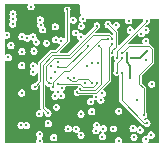
<source format=gbr>
%TF.GenerationSoftware,KiCad,Pcbnew,8.0.7*%
%TF.CreationDate,2025-01-06T01:22:00-08:00*%
%TF.ProjectId,Miniscope-v4-Wire-Free,4d696e69-7363-46f7-9065-2d76342d5769,rev?*%
%TF.SameCoordinates,Original*%
%TF.FileFunction,Copper,L4,Inr*%
%TF.FilePolarity,Positive*%
%FSLAX46Y46*%
G04 Gerber Fmt 4.6, Leading zero omitted, Abs format (unit mm)*
G04 Created by KiCad (PCBNEW 8.0.7) date 2025-01-06 01:22:00*
%MOMM*%
%LPD*%
G01*
G04 APERTURE LIST*
%TA.AperFunction,ViaPad*%
%ADD10C,0.254000*%
%TD*%
%TA.AperFunction,ViaPad*%
%ADD11C,0.304800*%
%TD*%
%TA.AperFunction,Conductor*%
%ADD12C,0.101600*%
%TD*%
%TA.AperFunction,Conductor*%
%ADD13C,0.152400*%
%TD*%
G04 APERTURE END LIST*
D10*
%TO.N,Net-(R22-Pad1)*%
X84046000Y-66989600D03*
D11*
X82598200Y-67540200D03*
%TO.N,GND*%
X86131000Y-67544900D03*
X83210000Y-61537800D03*
X81051000Y-68497400D03*
X83946500Y-60170600D03*
X83819600Y-69551500D03*
X85474133Y-59612893D03*
X82090200Y-63476200D03*
X88417000Y-59963000D03*
X85032200Y-68810200D03*
X82079700Y-63988900D03*
X83349700Y-68357700D03*
X82625800Y-69275800D03*
X81889200Y-58464400D03*
X83932200Y-66033600D03*
X85722400Y-68835600D03*
X91615200Y-69707000D03*
X89318700Y-67316300D03*
X86446800Y-64941400D03*
X90282200Y-64535000D03*
X92060200Y-69335600D03*
X83556203Y-64504598D03*
X81127200Y-62274400D03*
X83957611Y-64010396D03*
X81571700Y-61131400D03*
X81114500Y-65779600D03*
D10*
X89982200Y-62398200D03*
X88782200Y-62398200D03*
D11*
%TO.N,/SD_DAT2*%
X79844500Y-60890100D03*
%TO.N,/SD_DAT3*%
X80187400Y-61741000D03*
%TO.N,/SD_DAT0*%
X82067000Y-61017100D03*
%TO.N,/SD_CMD*%
X79971500Y-62769700D03*
%TO.N,/SD_CLK*%
X81130607Y-61000993D03*
%TO.N,/SD_DAT1*%
X80352500Y-59937600D03*
%TO.N,/USB_VBUS*%
X86933200Y-66502800D03*
%TO.N,/SWCLK*%
X86154200Y-60123400D03*
%TO.N,/SWDIO*%
X86116600Y-61029800D03*
%TO.N,+1V8*%
X84160800Y-63595200D03*
X91676174Y-59683600D03*
X81508200Y-68522800D03*
X87920000Y-65805000D03*
X84465600Y-66006475D03*
X81114500Y-63447200D03*
X91145275Y-68904400D03*
X88021597Y-68785053D03*
X85664425Y-60683005D03*
X91676198Y-62223610D03*
X82143200Y-62210900D03*
X82706100Y-60017900D03*
D10*
X86726200Y-61766400D03*
X89182200Y-62798200D03*
X90383800Y-62798200D03*
D11*
%TO.N,/SPI1_MOSI*%
X83451300Y-64966800D03*
D10*
X88782200Y-61198200D03*
D11*
%TO.N,/SPI1_MISO*%
X83787717Y-65298375D03*
D10*
X88382200Y-61198200D03*
%TO.N,/SPI1_SCK*%
X88782200Y-61598200D03*
X85787754Y-65731537D03*
%TO.N,/SPI1_NSS*%
X87640600Y-61791800D03*
X86052254Y-65470590D03*
D11*
%TO.N,/SDMMC1_D0*%
X82884880Y-60430360D03*
%TO.N,/SDMMC1_D1*%
X82675813Y-59581213D03*
X83982160Y-61273640D03*
%TO.N,/SDMMC1_D3*%
X84454600Y-61359968D03*
X80365202Y-59074000D03*
%TO.N,/SDMMC1_CMD*%
X80377900Y-59505800D03*
%TO.N,/SDMMC1_CK*%
X82346400Y-61461600D03*
%TO.N,+3V3*%
X80035000Y-63950800D03*
X83792000Y-67802000D03*
X83946500Y-60720600D03*
X81114500Y-62833200D03*
X81216100Y-67684600D03*
X83311500Y-60720600D03*
X83652687Y-65681699D03*
X82259295Y-65741708D03*
X91424700Y-64644610D03*
D10*
X81813000Y-60077300D03*
X83946600Y-59416900D03*
X83551200Y-61995000D03*
X92365000Y-60039200D03*
D11*
X83294600Y-69890800D03*
%TO.N,/LED_PWM*%
X91245317Y-60771100D03*
%TO.N,VDC*%
X87043200Y-67349700D03*
X82625800Y-69830900D03*
X89307600Y-69800400D03*
%TO.N,/ENT*%
X90290855Y-60437692D03*
%TO.N,/VDD_PIX*%
X85546000Y-64489600D03*
X83627400Y-63519002D03*
%TO.N,Net-(C3-Pad2)*%
X87808100Y-66367500D03*
%TO.N,Net-(C4-Pad2)*%
X90857000Y-66367500D03*
%TO.N,/VDDA*%
X89129800Y-60025800D03*
%TO.N,Net-(R1-Pad1)*%
X87449600Y-68480000D03*
%TO.N,Net-(D2-Pad1)*%
X82191800Y-65254200D03*
D10*
X84960400Y-58701000D03*
D11*
%TO.N,/RESET_N*%
X84480000Y-65346075D03*
X86614267Y-63531700D03*
%TO.N,/TRIGGER0*%
X87550000Y-63250000D03*
X84165513Y-65676275D03*
%TO.N,/MONITOR0*%
X83334800Y-67471800D03*
D10*
X87475000Y-60072600D03*
D11*
%TO.N,/BAT+*%
X86125873Y-69346527D03*
%TO.N,Net-(L1-Pad1)*%
X87945402Y-69462600D03*
%TO.N,Net-(L2-Pad1)*%
X90614100Y-69513400D03*
%TO.N,/XIN32*%
X91628400Y-60466300D03*
%TO.N,/XOUT32*%
X90167400Y-59640800D03*
%TO.N,/VDDCORE*%
X91589800Y-62993600D03*
%TO.N,/nRESET*%
X87437400Y-66084400D03*
%TO.N,Net-(L5-Pad2)*%
X91615200Y-61410790D03*
%TO.N,/CLK1_OUT*%
X84150000Y-63150000D03*
X87058100Y-63224392D03*
D10*
%TO.N,/PCC_DATA5*%
X89153600Y-64042800D03*
X89582200Y-62798200D03*
D11*
%TO.N,/ADC0*%
X90536200Y-68776800D03*
%TO.N,/PCC_DATA7*%
X84175200Y-65002360D03*
D10*
X87462800Y-64921080D03*
%TO.N,/PCC_DATA6*%
X85048960Y-64494360D03*
X87056400Y-64916000D03*
D11*
%TO.N,/I_LED*%
X92123196Y-65025600D03*
%TO.N,/UART_RX*%
X91704600Y-68319600D03*
D10*
X89557454Y-64106237D03*
D11*
%TO.N,/UART_TX*%
X91441871Y-67629458D03*
D10*
X89582200Y-62398200D03*
D11*
%TO.N,/SD_DET*%
X86281200Y-59488402D03*
%TO.N,/nCHRG*%
X88872000Y-68810200D03*
X87398800Y-68962600D03*
%TD*%
D12*
%TO.N,GND*%
X88782200Y-62129178D02*
X89063000Y-61848378D01*
X89063000Y-60609000D02*
X88569399Y-60115399D01*
X89063000Y-61848378D02*
X89063000Y-60609000D01*
D13*
X89982200Y-63168200D02*
X90282200Y-63468200D01*
D12*
X88782200Y-62398200D02*
X88782200Y-62129178D01*
X88569399Y-60115399D02*
X88417000Y-59963000D01*
D13*
X89982200Y-62398200D02*
X89982200Y-63168200D01*
X90282200Y-63468200D02*
X90282200Y-64535000D01*
%TO.N,+1V8*%
X91101608Y-62798200D02*
X90383800Y-62798200D01*
D12*
X86726200Y-61766400D02*
X84897400Y-63595200D01*
X84897400Y-63595200D02*
X84160800Y-63595200D01*
D13*
X91101608Y-62798200D02*
X91676198Y-62223610D01*
D12*
X89182200Y-62177574D02*
X91676174Y-59683600D01*
X89182200Y-62798200D02*
X89182200Y-62177574D01*
%TO.N,/SPI1_MOSI*%
X85227600Y-62782400D02*
X83851094Y-62782400D01*
X87132600Y-60877400D02*
X85227600Y-62782400D01*
X88782200Y-61155400D02*
X88504200Y-60877400D01*
X83546806Y-64966800D02*
X83451300Y-64966800D01*
X83144800Y-63488694D02*
X83144800Y-64660300D01*
X88782200Y-61198200D02*
X88782200Y-61155400D01*
X83851094Y-62782400D02*
X83144800Y-63488694D01*
X88504200Y-60877400D02*
X87132600Y-60877400D01*
X83144800Y-64660300D02*
X83451300Y-64966800D01*
%TO.N,/SPI1_MISO*%
X83787717Y-64850510D02*
X83787717Y-65298375D01*
X85100600Y-63925400D02*
X84712827Y-63925400D01*
X87827800Y-61198200D02*
X85100600Y-63925400D01*
X88382200Y-61198200D02*
X87827800Y-61198200D01*
X84712827Y-63925400D02*
X83787717Y-64850510D01*
%TO.N,/SPI1_SCK*%
X87416200Y-65750000D02*
X85800000Y-65750000D01*
X88502799Y-61877601D02*
X88502799Y-64663401D01*
X88782200Y-61598200D02*
X88502799Y-61877601D01*
X88502799Y-64663401D02*
X87416200Y-65750000D01*
%TO.N,/SPI1_NSS*%
X86050211Y-65500211D02*
X87335789Y-65500211D01*
X87854801Y-62006001D02*
X87640600Y-61791800D01*
X87335789Y-65500211D02*
X87854801Y-64981199D01*
X86050000Y-65500000D02*
X86050211Y-65500211D01*
X87854801Y-64981199D02*
X87854801Y-62006001D01*
D13*
%TO.N,+3V3*%
X81813000Y-60077300D02*
X81813000Y-59859648D01*
X83729000Y-59175600D02*
X83957600Y-59404200D01*
X91424700Y-64644610D02*
X92365000Y-63704310D01*
D12*
X83551200Y-61995000D02*
X83602000Y-61944200D01*
D13*
X81813000Y-59859648D02*
X82497048Y-59175600D01*
D12*
X83602000Y-61944200D02*
X83602000Y-61065100D01*
D13*
X92365000Y-63704310D02*
X92365000Y-60039200D01*
D12*
X83602000Y-61065100D02*
X83946500Y-60720600D01*
D13*
X82497048Y-59175600D02*
X83729000Y-59175600D01*
D12*
%TO.N,Net-(D2-Pad1)*%
X82662200Y-64783800D02*
X82191800Y-65254200D01*
X83576600Y-62325200D02*
X82662200Y-63239600D01*
X84960400Y-58701000D02*
X84960400Y-61373200D01*
X82662200Y-63239600D02*
X82662200Y-64783800D01*
X84960400Y-61373200D02*
X84008400Y-62325200D01*
X84008400Y-62325200D02*
X83576600Y-62325200D01*
%TO.N,/MONITOR0*%
X87475000Y-60154000D02*
X85075200Y-62553800D01*
X87475000Y-60072600D02*
X87475000Y-60154000D01*
X83703600Y-62553800D02*
X82890800Y-63366600D01*
X83182401Y-67319401D02*
X83334800Y-67471800D01*
X85075200Y-62553800D02*
X83703600Y-62553800D01*
X82890800Y-63366600D02*
X82890800Y-67027800D01*
X82890800Y-67027800D02*
X83182401Y-67319401D01*
%TO.N,/PCC_DATA5*%
X89153600Y-64042800D02*
X89153600Y-63226800D01*
X89153600Y-63226800D02*
X89582200Y-62798200D01*
%TO.N,/PCC_DATA7*%
X87112280Y-65271600D02*
X87462800Y-64921080D01*
X84175200Y-65002360D02*
X86025160Y-65002360D01*
X86025160Y-65002360D02*
X86294400Y-65271600D01*
X86294400Y-65271600D02*
X87112280Y-65271600D01*
%TO.N,/PCC_DATA6*%
X87056400Y-64916000D02*
X86726200Y-64585800D01*
X85900906Y-64585800D02*
X85692305Y-64794401D01*
X85692305Y-64794401D02*
X85349001Y-64794401D01*
X86726200Y-64585800D02*
X85900906Y-64585800D01*
X85349001Y-64794401D02*
X85048960Y-64494360D01*
%TO.N,/UART_RX*%
X91489074Y-68319600D02*
X91704600Y-68319600D01*
X89557454Y-64106237D02*
X89557454Y-66387980D01*
X89557454Y-66387980D02*
X91489074Y-68319600D01*
%TO.N,/UART_TX*%
X90163200Y-61817200D02*
X91857000Y-61817200D01*
X91069600Y-65014497D02*
X91441871Y-65386768D01*
X91857000Y-61817200D02*
X92111000Y-62071200D01*
X91441871Y-65386768D02*
X91441871Y-67629458D01*
X91069600Y-64230200D02*
X91069600Y-65014497D01*
X92111000Y-62071200D02*
X92111000Y-63188800D01*
X89582200Y-62398200D02*
X90163200Y-61817200D01*
X92111000Y-63188800D02*
X91069600Y-64230200D01*
%TD*%
%TA.AperFunction,Conductor*%
%TO.N,+3V3*%
G36*
X81609412Y-58264586D02*
G01*
X81623998Y-58299800D01*
X81617326Y-58324698D01*
X81609412Y-58338407D01*
X81597886Y-58358369D01*
X81597884Y-58358374D01*
X81579190Y-58464397D01*
X81579190Y-58464402D01*
X81597884Y-58570425D01*
X81597886Y-58570430D01*
X81651719Y-58663671D01*
X81734195Y-58732877D01*
X81835367Y-58769700D01*
X81943033Y-58769700D01*
X82044205Y-58732877D01*
X82126681Y-58663671D01*
X82180514Y-58570430D01*
X82180515Y-58570425D01*
X82199210Y-58464402D01*
X82199210Y-58464397D01*
X82180515Y-58358374D01*
X82180514Y-58358372D01*
X82180514Y-58358370D01*
X82161073Y-58324698D01*
X82156099Y-58286911D01*
X82179302Y-58256672D01*
X82204202Y-58250000D01*
X85950200Y-58250000D01*
X85985414Y-58264586D01*
X86000000Y-58299800D01*
X86000000Y-59000000D01*
X86139726Y-59139726D01*
X86154312Y-59174939D01*
X86139726Y-59210153D01*
X86129418Y-59218064D01*
X86126196Y-59219924D01*
X86126195Y-59219925D01*
X86049153Y-59284572D01*
X86043717Y-59289133D01*
X85989886Y-59382371D01*
X85989884Y-59382376D01*
X85971190Y-59488399D01*
X85971190Y-59488404D01*
X85989884Y-59594427D01*
X85989886Y-59594432D01*
X86043470Y-59687243D01*
X86043719Y-59687673D01*
X86100111Y-59734992D01*
X86103192Y-59737577D01*
X86120792Y-59771386D01*
X86109330Y-59807737D01*
X86088213Y-59822523D01*
X85999195Y-59854922D01*
X85916717Y-59924131D01*
X85862886Y-60017369D01*
X85862884Y-60017374D01*
X85844190Y-60123397D01*
X85844190Y-60123402D01*
X85862884Y-60229425D01*
X85862886Y-60229430D01*
X85900325Y-60294277D01*
X85916719Y-60322671D01*
X85999195Y-60391877D01*
X86100367Y-60428700D01*
X86208033Y-60428700D01*
X86309205Y-60391877D01*
X86391681Y-60322671D01*
X86445514Y-60229430D01*
X86451087Y-60197823D01*
X86464210Y-60123402D01*
X86464210Y-60123397D01*
X86445515Y-60017374D01*
X86445514Y-60017372D01*
X86445514Y-60017370D01*
X86391681Y-59924129D01*
X86332207Y-59874224D01*
X86314607Y-59840415D01*
X86326069Y-59804064D01*
X86347183Y-59789279D01*
X86436205Y-59756879D01*
X86518681Y-59687673D01*
X86572514Y-59594432D01*
X86574845Y-59581213D01*
X86581909Y-59541152D01*
X86602388Y-59509006D01*
X86630952Y-59500000D01*
X89822867Y-59500000D01*
X89858081Y-59514586D01*
X89872667Y-59549800D01*
X89871910Y-59558447D01*
X89857390Y-59640796D01*
X89857390Y-59640802D01*
X89876084Y-59746825D01*
X89876086Y-59746830D01*
X89922101Y-59826531D01*
X89929919Y-59840071D01*
X90012395Y-59909277D01*
X90113567Y-59946100D01*
X90221233Y-59946100D01*
X90322405Y-59909277D01*
X90404881Y-59840071D01*
X90458714Y-59746830D01*
X90460346Y-59737577D01*
X90477410Y-59640802D01*
X90477410Y-59640796D01*
X90462890Y-59558447D01*
X90471139Y-59521236D01*
X90503286Y-59500757D01*
X90511933Y-59500000D01*
X91343388Y-59500000D01*
X91378602Y-59514586D01*
X91393188Y-59549800D01*
X91386517Y-59574698D01*
X91384861Y-59577564D01*
X91384859Y-59577572D01*
X91366164Y-59683596D01*
X91366164Y-59684906D01*
X91365762Y-59685876D01*
X91365407Y-59687890D01*
X91364960Y-59687811D01*
X91351578Y-59720120D01*
X90673478Y-60398219D01*
X90638264Y-60412805D01*
X90603050Y-60398219D01*
X90589221Y-60371653D01*
X90582170Y-60331666D01*
X90582169Y-60331664D01*
X90582169Y-60331662D01*
X90528336Y-60238421D01*
X90445860Y-60169215D01*
X90445859Y-60169214D01*
X90344688Y-60132392D01*
X90237022Y-60132392D01*
X90135850Y-60169214D01*
X90078702Y-60217168D01*
X90061650Y-60231477D01*
X90053372Y-60238423D01*
X89999541Y-60331661D01*
X89999539Y-60331666D01*
X89980845Y-60437689D01*
X89980845Y-60437694D01*
X89999539Y-60543717D01*
X89999541Y-60543722D01*
X90037812Y-60610010D01*
X90053374Y-60636963D01*
X90135850Y-60706169D01*
X90230785Y-60740721D01*
X90258886Y-60766471D01*
X90260549Y-60804550D01*
X90248966Y-60822732D01*
X89351714Y-61719985D01*
X89316500Y-61734571D01*
X89281286Y-61719985D01*
X89266700Y-61684771D01*
X89266700Y-60568482D01*
X89266699Y-60568478D01*
X89235689Y-60493613D01*
X89157378Y-60415302D01*
X89142792Y-60380088D01*
X89157378Y-60344874D01*
X89179768Y-60333220D01*
X89179539Y-60332590D01*
X89183633Y-60331100D01*
X89284805Y-60294277D01*
X89367281Y-60225071D01*
X89421114Y-60131830D01*
X89422600Y-60123402D01*
X89439810Y-60025802D01*
X89439810Y-60025797D01*
X89421115Y-59919774D01*
X89421114Y-59919772D01*
X89421114Y-59919770D01*
X89367281Y-59826529D01*
X89284805Y-59757323D01*
X89284804Y-59757322D01*
X89183633Y-59720500D01*
X89075967Y-59720500D01*
X88974795Y-59757322D01*
X88914714Y-59807737D01*
X88892402Y-59826460D01*
X88892317Y-59826531D01*
X88838486Y-59919769D01*
X88838484Y-59919774D01*
X88828619Y-59975721D01*
X88808140Y-60007867D01*
X88770928Y-60016116D01*
X88744357Y-60002281D01*
X88741590Y-59999514D01*
X88728213Y-59967212D01*
X88727767Y-59967291D01*
X88727411Y-59965276D01*
X88727010Y-59964306D01*
X88727010Y-59962997D01*
X88708315Y-59856974D01*
X88708314Y-59856972D01*
X88708314Y-59856970D01*
X88654481Y-59763729D01*
X88572005Y-59694523D01*
X88572004Y-59694522D01*
X88470833Y-59657700D01*
X88363167Y-59657700D01*
X88261995Y-59694522D01*
X88209789Y-59738329D01*
X88187154Y-59757323D01*
X88179517Y-59763731D01*
X88125686Y-59856969D01*
X88125684Y-59856974D01*
X88106990Y-59962997D01*
X88106990Y-59963002D01*
X88125684Y-60069025D01*
X88125686Y-60069030D01*
X88177837Y-60159359D01*
X88179519Y-60162271D01*
X88261995Y-60231477D01*
X88363167Y-60268300D01*
X88413597Y-60268300D01*
X88448811Y-60282886D01*
X88844714Y-60678789D01*
X88859300Y-60714003D01*
X88859300Y-60824196D01*
X88844714Y-60859410D01*
X88809500Y-60873996D01*
X88774286Y-60859410D01*
X88676889Y-60762014D01*
X88676889Y-60762013D01*
X88619587Y-60704711D01*
X88619586Y-60704710D01*
X88544721Y-60673700D01*
X88544719Y-60673700D01*
X87363603Y-60673700D01*
X87328389Y-60659114D01*
X87313803Y-60623900D01*
X87328389Y-60588686D01*
X87504269Y-60412805D01*
X87579785Y-60337288D01*
X87597966Y-60325707D01*
X87617109Y-60318740D01*
X87692724Y-60255292D01*
X87742078Y-60169808D01*
X87743407Y-60162271D01*
X87759218Y-60072603D01*
X87759218Y-60072596D01*
X87742079Y-59975395D01*
X87742076Y-59975388D01*
X87692725Y-59889909D01*
X87692723Y-59889907D01*
X87617108Y-59826459D01*
X87524354Y-59792700D01*
X87425646Y-59792700D01*
X87332891Y-59826459D01*
X87257276Y-59889907D01*
X87257274Y-59889909D01*
X87207923Y-59975388D01*
X87207920Y-59975395D01*
X87190782Y-60072596D01*
X87190782Y-60072602D01*
X87197903Y-60112987D01*
X87189654Y-60150199D01*
X87184074Y-60156849D01*
X86457187Y-60883736D01*
X86421973Y-60898322D01*
X86386759Y-60883736D01*
X86378845Y-60873422D01*
X86372783Y-60862923D01*
X86354081Y-60830529D01*
X86272742Y-60762277D01*
X86271604Y-60761322D01*
X86170433Y-60724500D01*
X86062767Y-60724500D01*
X86041267Y-60732325D01*
X86003188Y-60730662D01*
X85977438Y-60702560D01*
X85974435Y-60685528D01*
X85974435Y-60683002D01*
X85955740Y-60576979D01*
X85955739Y-60576977D01*
X85955739Y-60576975D01*
X85901906Y-60483734D01*
X85829468Y-60422951D01*
X85819429Y-60414527D01*
X85718258Y-60377705D01*
X85610592Y-60377705D01*
X85509420Y-60414527D01*
X85448317Y-60465800D01*
X85433864Y-60477928D01*
X85426942Y-60483736D01*
X85373111Y-60576974D01*
X85373109Y-60576979D01*
X85354415Y-60683002D01*
X85354415Y-60683007D01*
X85373109Y-60789030D01*
X85373111Y-60789035D01*
X85424548Y-60878127D01*
X85426944Y-60882276D01*
X85509420Y-60951482D01*
X85610592Y-60988305D01*
X85718259Y-60988305D01*
X85739757Y-60980480D01*
X85777836Y-60982141D01*
X85803586Y-61010243D01*
X85806590Y-61027276D01*
X85806590Y-61029802D01*
X85825284Y-61135825D01*
X85825286Y-61135830D01*
X85871181Y-61215323D01*
X85879119Y-61229071D01*
X85961595Y-61298277D01*
X85961596Y-61298277D01*
X85964034Y-61300323D01*
X85981634Y-61334132D01*
X85970172Y-61370483D01*
X85967237Y-61373686D01*
X85005411Y-62335514D01*
X84970197Y-62350100D01*
X84391803Y-62350100D01*
X84356589Y-62335514D01*
X84342003Y-62300300D01*
X84356589Y-62265086D01*
X84699989Y-61921686D01*
X85133089Y-61488587D01*
X85164100Y-61413719D01*
X85164100Y-61332682D01*
X85164100Y-59858081D01*
X85178686Y-59822867D01*
X85213900Y-59808281D01*
X85245908Y-59819931D01*
X85319128Y-59881370D01*
X85420300Y-59918193D01*
X85527966Y-59918193D01*
X85629138Y-59881370D01*
X85711614Y-59812164D01*
X85765447Y-59718923D01*
X85765448Y-59718918D01*
X85784143Y-59612895D01*
X85784143Y-59612890D01*
X85765448Y-59506867D01*
X85765447Y-59506865D01*
X85765447Y-59506863D01*
X85711614Y-59413622D01*
X85629138Y-59344416D01*
X85629137Y-59344415D01*
X85527966Y-59307593D01*
X85420300Y-59307593D01*
X85319128Y-59344415D01*
X85245911Y-59405853D01*
X85209560Y-59417315D01*
X85175751Y-59399715D01*
X85164100Y-59367704D01*
X85164100Y-58918530D01*
X85175751Y-58886519D01*
X85178114Y-58883699D01*
X85178124Y-58883692D01*
X85227478Y-58798208D01*
X85236904Y-58744750D01*
X85244618Y-58701003D01*
X85244618Y-58700996D01*
X85227479Y-58603795D01*
X85227476Y-58603788D01*
X85178125Y-58518309D01*
X85178123Y-58518307D01*
X85102508Y-58454859D01*
X85009754Y-58421100D01*
X84911046Y-58421100D01*
X84818291Y-58454859D01*
X84742676Y-58518307D01*
X84742674Y-58518309D01*
X84693323Y-58603788D01*
X84693320Y-58603795D01*
X84676182Y-58700996D01*
X84676182Y-58701003D01*
X84693320Y-58798204D01*
X84693323Y-58798211D01*
X84697545Y-58805523D01*
X84742676Y-58883692D01*
X84742681Y-58883696D01*
X84745049Y-58886519D01*
X84756700Y-58918530D01*
X84756700Y-61108122D01*
X84742114Y-61143336D01*
X84706900Y-61157922D01*
X84674889Y-61146271D01*
X84609604Y-61091490D01*
X84508433Y-61054668D01*
X84400767Y-61054668D01*
X84299596Y-61091490D01*
X84299590Y-61091493D01*
X84297851Y-61092953D01*
X84296115Y-61093499D01*
X84295821Y-61093670D01*
X84295783Y-61093604D01*
X84261498Y-61104409D01*
X84227692Y-61086804D01*
X84222717Y-61079697D01*
X84219641Y-61074369D01*
X84137165Y-61005163D01*
X84137164Y-61005162D01*
X84035993Y-60968340D01*
X83928327Y-60968340D01*
X83827155Y-61005162D01*
X83744677Y-61074371D01*
X83690846Y-61167609D01*
X83690844Y-61167614D01*
X83672150Y-61273637D01*
X83672150Y-61273642D01*
X83690844Y-61379665D01*
X83690846Y-61379670D01*
X83738149Y-61461602D01*
X83744679Y-61472911D01*
X83827155Y-61542117D01*
X83928327Y-61578940D01*
X84035993Y-61578940D01*
X84137165Y-61542117D01*
X84138902Y-61540659D01*
X84140633Y-61540113D01*
X84140932Y-61539941D01*
X84140970Y-61540007D01*
X84175250Y-61529196D01*
X84209060Y-61546794D01*
X84214034Y-61553897D01*
X84217119Y-61559239D01*
X84289029Y-61619579D01*
X84299594Y-61628444D01*
X84299597Y-61628446D01*
X84312270Y-61633058D01*
X84340372Y-61658807D01*
X84342036Y-61696886D01*
X84330453Y-61715069D01*
X83938611Y-62106914D01*
X83903397Y-62121500D01*
X83622921Y-62121500D01*
X83622913Y-62121499D01*
X83617119Y-62121499D01*
X83536081Y-62121499D01*
X83498527Y-62137055D01*
X83461212Y-62152511D01*
X82489510Y-63124213D01*
X82458500Y-63199078D01*
X82458500Y-63317658D01*
X82443914Y-63352872D01*
X82408700Y-63367458D01*
X82373486Y-63352872D01*
X82365572Y-63342558D01*
X82327682Y-63276931D01*
X82327681Y-63276929D01*
X82245205Y-63207723D01*
X82245204Y-63207722D01*
X82144033Y-63170900D01*
X82036367Y-63170900D01*
X81935195Y-63207722D01*
X81852717Y-63276931D01*
X81798886Y-63370169D01*
X81798884Y-63370174D01*
X81780190Y-63476197D01*
X81780190Y-63476202D01*
X81798884Y-63582225D01*
X81798886Y-63582230D01*
X81852717Y-63675469D01*
X81870029Y-63689996D01*
X81887628Y-63723805D01*
X81876165Y-63760156D01*
X81870029Y-63766292D01*
X81842219Y-63789628D01*
X81842218Y-63789629D01*
X81788386Y-63882869D01*
X81788384Y-63882874D01*
X81769690Y-63988897D01*
X81769690Y-63988902D01*
X81788384Y-64094925D01*
X81788386Y-64094930D01*
X81814409Y-64140004D01*
X81842219Y-64188171D01*
X81924695Y-64257377D01*
X82025867Y-64294200D01*
X82133533Y-64294200D01*
X82234705Y-64257377D01*
X82317181Y-64188171D01*
X82365572Y-64104354D01*
X82395811Y-64081152D01*
X82433600Y-64086127D01*
X82456803Y-64116366D01*
X82458500Y-64129255D01*
X82458500Y-64678797D01*
X82443914Y-64714011D01*
X82223611Y-64934314D01*
X82188397Y-64948900D01*
X82137967Y-64948900D01*
X82036795Y-64985722D01*
X81954317Y-65054931D01*
X81900486Y-65148169D01*
X81900484Y-65148174D01*
X81881790Y-65254197D01*
X81881790Y-65254202D01*
X81900484Y-65360225D01*
X81900486Y-65360230D01*
X81946128Y-65439285D01*
X81954319Y-65453471D01*
X82036795Y-65522677D01*
X82137967Y-65559500D01*
X82245633Y-65559500D01*
X82346805Y-65522677D01*
X82429281Y-65453471D01*
X82483114Y-65360230D01*
X82485610Y-65346075D01*
X82501810Y-65254202D01*
X82501810Y-65252892D01*
X82502212Y-65251920D01*
X82502567Y-65249909D01*
X82503013Y-65249987D01*
X82516396Y-65217678D01*
X82588814Y-65145260D01*
X82602086Y-65131987D01*
X82637300Y-65117402D01*
X82672514Y-65131988D01*
X82687100Y-65167202D01*
X82687100Y-67068321D01*
X82718110Y-67143186D01*
X82741280Y-67166356D01*
X82755866Y-67201570D01*
X82741280Y-67236784D01*
X82706066Y-67251370D01*
X82689034Y-67248367D01*
X82652033Y-67234900D01*
X82544367Y-67234900D01*
X82443195Y-67271722D01*
X82360717Y-67340931D01*
X82306886Y-67434169D01*
X82306884Y-67434174D01*
X82288190Y-67540197D01*
X82288190Y-67540202D01*
X82306884Y-67646225D01*
X82306886Y-67646230D01*
X82358416Y-67735483D01*
X82360719Y-67739471D01*
X82443195Y-67808677D01*
X82544367Y-67845500D01*
X82652033Y-67845500D01*
X82753205Y-67808677D01*
X82835681Y-67739471D01*
X82889514Y-67646230D01*
X82892471Y-67629460D01*
X82908210Y-67540202D01*
X82908210Y-67540197D01*
X82891342Y-67444536D01*
X82899591Y-67407324D01*
X82931737Y-67386845D01*
X82968949Y-67395094D01*
X82975599Y-67400674D01*
X83010204Y-67435279D01*
X83023586Y-67467588D01*
X83024033Y-67467510D01*
X83024387Y-67469521D01*
X83024790Y-67470493D01*
X83024790Y-67471803D01*
X83043484Y-67577825D01*
X83043486Y-67577830D01*
X83085690Y-67650930D01*
X83097319Y-67671071D01*
X83179795Y-67740277D01*
X83280967Y-67777100D01*
X83388633Y-67777100D01*
X83489805Y-67740277D01*
X83572281Y-67671071D01*
X83626114Y-67577830D01*
X83631920Y-67544902D01*
X83631921Y-67544897D01*
X85820990Y-67544897D01*
X85820990Y-67544902D01*
X85839684Y-67650925D01*
X85839686Y-67650930D01*
X85890803Y-67739468D01*
X85893519Y-67744171D01*
X85975995Y-67813377D01*
X86077167Y-67850200D01*
X86184833Y-67850200D01*
X86286005Y-67813377D01*
X86368481Y-67744171D01*
X86422314Y-67650930D01*
X86430321Y-67605523D01*
X86441010Y-67544902D01*
X86441010Y-67544897D01*
X86422315Y-67438874D01*
X86422314Y-67438872D01*
X86422314Y-67438870D01*
X86370830Y-67349697D01*
X86733190Y-67349697D01*
X86733190Y-67349702D01*
X86751884Y-67455725D01*
X86751886Y-67455730D01*
X86803369Y-67544902D01*
X86805719Y-67548971D01*
X86888195Y-67618177D01*
X86989367Y-67655000D01*
X87097033Y-67655000D01*
X87198205Y-67618177D01*
X87280681Y-67548971D01*
X87334514Y-67455730D01*
X87339018Y-67430186D01*
X87353210Y-67349702D01*
X87353210Y-67349697D01*
X87347321Y-67316297D01*
X89008690Y-67316297D01*
X89008690Y-67316302D01*
X89027384Y-67422325D01*
X89027386Y-67422330D01*
X89081219Y-67515571D01*
X89163695Y-67584777D01*
X89264867Y-67621600D01*
X89372533Y-67621600D01*
X89473705Y-67584777D01*
X89556181Y-67515571D01*
X89610014Y-67422330D01*
X89610995Y-67416766D01*
X89628710Y-67316302D01*
X89628710Y-67316297D01*
X89610015Y-67210274D01*
X89610014Y-67210272D01*
X89610014Y-67210270D01*
X89556181Y-67117029D01*
X89473705Y-67047823D01*
X89473704Y-67047822D01*
X89372533Y-67011000D01*
X89264867Y-67011000D01*
X89163695Y-67047822D01*
X89081217Y-67117031D01*
X89027386Y-67210269D01*
X89027384Y-67210274D01*
X89008690Y-67316297D01*
X87347321Y-67316297D01*
X87334515Y-67243674D01*
X87334514Y-67243672D01*
X87334514Y-67243670D01*
X87280681Y-67150429D01*
X87208243Y-67089646D01*
X87198204Y-67081222D01*
X87097033Y-67044400D01*
X86989367Y-67044400D01*
X86888195Y-67081222D01*
X86805717Y-67150431D01*
X86751886Y-67243669D01*
X86751884Y-67243674D01*
X86733190Y-67349697D01*
X86370830Y-67349697D01*
X86368481Y-67345629D01*
X86286005Y-67276423D01*
X86286004Y-67276422D01*
X86184833Y-67239600D01*
X86077167Y-67239600D01*
X85975995Y-67276422D01*
X85893517Y-67345631D01*
X85839686Y-67438869D01*
X85839684Y-67438874D01*
X85820990Y-67544897D01*
X83631921Y-67544897D01*
X83644810Y-67471802D01*
X83644810Y-67471797D01*
X83626115Y-67365774D01*
X83626114Y-67365772D01*
X83626114Y-67365770D01*
X83572281Y-67272529D01*
X83489805Y-67203323D01*
X83489804Y-67203322D01*
X83388633Y-67166500D01*
X83338203Y-67166500D01*
X83302989Y-67151914D01*
X83140671Y-66989596D01*
X83761782Y-66989596D01*
X83761782Y-66989603D01*
X83778920Y-67086804D01*
X83778923Y-67086811D01*
X83828274Y-67172290D01*
X83828276Y-67172292D01*
X83903891Y-67235740D01*
X83996646Y-67269500D01*
X84095354Y-67269500D01*
X84188109Y-67235740D01*
X84263724Y-67172292D01*
X84313078Y-67086808D01*
X84319952Y-67047823D01*
X84330218Y-66989603D01*
X84330218Y-66989596D01*
X84313079Y-66892395D01*
X84313076Y-66892388D01*
X84263725Y-66806909D01*
X84263723Y-66806907D01*
X84188108Y-66743459D01*
X84095354Y-66709700D01*
X83996646Y-66709700D01*
X83903891Y-66743459D01*
X83828276Y-66806907D01*
X83828274Y-66806909D01*
X83778923Y-66892388D01*
X83778920Y-66892395D01*
X83761782Y-66989596D01*
X83140671Y-66989596D01*
X83109086Y-66958011D01*
X83094500Y-66922797D01*
X83094500Y-65145260D01*
X83109086Y-65110046D01*
X83144300Y-65095460D01*
X83179514Y-65110046D01*
X83187426Y-65120357D01*
X83213819Y-65166071D01*
X83296295Y-65235277D01*
X83397467Y-65272100D01*
X83431287Y-65272100D01*
X83466501Y-65286686D01*
X83480330Y-65313252D01*
X83496401Y-65404400D01*
X83496403Y-65404405D01*
X83523672Y-65451637D01*
X83550236Y-65497646D01*
X83623950Y-65559500D01*
X83632712Y-65566852D01*
X83733884Y-65603675D01*
X83808955Y-65603675D01*
X83844169Y-65618261D01*
X83858755Y-65653475D01*
X83857998Y-65662123D01*
X83855503Y-65676272D01*
X83855503Y-65676277D01*
X83858245Y-65691828D01*
X83849996Y-65729040D01*
X83826235Y-65747272D01*
X83777197Y-65765120D01*
X83710865Y-65820780D01*
X83701379Y-65828741D01*
X83694717Y-65834331D01*
X83640886Y-65927569D01*
X83640884Y-65927574D01*
X83622190Y-66033597D01*
X83622190Y-66033602D01*
X83640884Y-66139625D01*
X83640886Y-66139630D01*
X83694556Y-66232590D01*
X83694719Y-66232871D01*
X83777195Y-66302077D01*
X83878367Y-66338900D01*
X83986033Y-66338900D01*
X84087205Y-66302077D01*
X84169681Y-66232871D01*
X84169682Y-66232867D01*
X84172482Y-66229533D01*
X84173255Y-66230182D01*
X84199859Y-66209763D01*
X84237649Y-66214733D01*
X84244766Y-66219715D01*
X84288189Y-66256151D01*
X84310595Y-66274952D01*
X84411767Y-66311775D01*
X84519433Y-66311775D01*
X84620605Y-66274952D01*
X84703081Y-66205746D01*
X84756914Y-66112505D01*
X84759291Y-66099023D01*
X84775610Y-66006477D01*
X84775610Y-66006472D01*
X84756915Y-65900449D01*
X84756914Y-65900447D01*
X84756914Y-65900445D01*
X84703081Y-65807204D01*
X84620605Y-65737998D01*
X84620604Y-65737997D01*
X84586795Y-65725692D01*
X84558694Y-65699941D01*
X84557031Y-65661862D01*
X84582782Y-65633761D01*
X84586788Y-65632100D01*
X84635005Y-65614552D01*
X84717481Y-65545346D01*
X84771314Y-65452105D01*
X84783785Y-65381380D01*
X84790010Y-65346077D01*
X84790010Y-65346072D01*
X84775628Y-65264508D01*
X84783877Y-65227296D01*
X84816023Y-65206817D01*
X84824671Y-65206060D01*
X85796404Y-65206060D01*
X85831618Y-65220646D01*
X85846204Y-65255860D01*
X85836053Y-65283746D01*
X85836708Y-65284125D01*
X85834563Y-65287838D01*
X85834551Y-65287874D01*
X85834526Y-65287902D01*
X85785177Y-65373378D01*
X85785174Y-65373385D01*
X85778490Y-65411295D01*
X85758011Y-65443441D01*
X85742406Y-65449905D01*
X85742494Y-65450147D01*
X85645645Y-65485396D01*
X85570030Y-65548844D01*
X85570028Y-65548846D01*
X85520677Y-65634325D01*
X85520674Y-65634332D01*
X85503536Y-65731533D01*
X85503536Y-65731540D01*
X85520674Y-65828741D01*
X85520677Y-65828748D01*
X85570028Y-65914227D01*
X85570030Y-65914229D01*
X85645645Y-65977677D01*
X85738400Y-66011437D01*
X85837108Y-66011437D01*
X85929864Y-65977677D01*
X85944554Y-65965351D01*
X85976564Y-65953700D01*
X87091087Y-65953700D01*
X87126301Y-65968286D01*
X87140887Y-66003500D01*
X87140130Y-66012148D01*
X87127390Y-66084397D01*
X87127390Y-66084398D01*
X87127390Y-66084400D01*
X87132345Y-66112500D01*
X87143347Y-66174899D01*
X87135097Y-66212110D01*
X87102950Y-66232590D01*
X87077271Y-66230343D01*
X86987033Y-66197500D01*
X86879367Y-66197500D01*
X86778195Y-66234322D01*
X86722507Y-66281051D01*
X86697450Y-66302077D01*
X86695717Y-66303531D01*
X86641886Y-66396769D01*
X86641884Y-66396774D01*
X86623190Y-66502797D01*
X86623190Y-66502802D01*
X86641884Y-66608825D01*
X86641886Y-66608830D01*
X86695719Y-66702071D01*
X86778195Y-66771277D01*
X86879367Y-66808100D01*
X86987033Y-66808100D01*
X87088205Y-66771277D01*
X87170681Y-66702071D01*
X87224514Y-66608830D01*
X87243110Y-66503367D01*
X87243210Y-66502802D01*
X87243210Y-66502797D01*
X87227253Y-66412301D01*
X87235502Y-66375089D01*
X87267648Y-66354610D01*
X87293327Y-66356855D01*
X87383567Y-66389700D01*
X87460217Y-66389700D01*
X87495431Y-66404286D01*
X87509260Y-66430852D01*
X87516784Y-66473526D01*
X87516785Y-66473528D01*
X87516785Y-66473529D01*
X87516786Y-66473530D01*
X87570619Y-66566771D01*
X87653095Y-66635977D01*
X87754267Y-66672800D01*
X87861933Y-66672800D01*
X87963105Y-66635977D01*
X88045581Y-66566771D01*
X88099414Y-66473530D01*
X88099415Y-66473525D01*
X88118110Y-66367502D01*
X88118110Y-66367497D01*
X88099415Y-66261474D01*
X88099414Y-66261472D01*
X88099414Y-66261470D01*
X88045581Y-66168229D01*
X88045580Y-66168228D01*
X88041799Y-66165055D01*
X88024200Y-66131246D01*
X88035663Y-66094895D01*
X88056780Y-66080110D01*
X88075002Y-66073478D01*
X88075001Y-66073478D01*
X88075005Y-66073477D01*
X88157481Y-66004271D01*
X88211314Y-65911030D01*
X88213180Y-65900449D01*
X88230010Y-65805002D01*
X88230010Y-65804997D01*
X88211315Y-65698974D01*
X88211314Y-65698972D01*
X88211314Y-65698970D01*
X88157481Y-65605729D01*
X88075005Y-65536523D01*
X88075004Y-65536522D01*
X88033170Y-65521296D01*
X88005069Y-65495545D01*
X88003406Y-65457466D01*
X88014987Y-65439287D01*
X88618184Y-64836090D01*
X88618186Y-64836090D01*
X88675488Y-64778788D01*
X88706499Y-64703920D01*
X88706499Y-62727900D01*
X88721085Y-62692686D01*
X88756299Y-62678100D01*
X88831553Y-62678100D01*
X88831554Y-62678100D01*
X88844112Y-62673529D01*
X88882190Y-62675192D01*
X88907941Y-62703293D01*
X88910188Y-62728973D01*
X88897982Y-62798202D01*
X88897982Y-62798203D01*
X88915120Y-62895404D01*
X88915123Y-62895411D01*
X88964474Y-62980890D01*
X88964478Y-62980894D01*
X89002749Y-63013007D01*
X89020349Y-63046815D01*
X89008888Y-63083166D01*
X89005954Y-63086369D01*
X88980910Y-63111413D01*
X88949900Y-63186278D01*
X88949900Y-63825268D01*
X88938251Y-63857276D01*
X88935877Y-63860105D01*
X88886523Y-63945588D01*
X88886520Y-63945595D01*
X88869382Y-64042796D01*
X88869382Y-64042803D01*
X88886520Y-64140004D01*
X88886523Y-64140011D01*
X88935874Y-64225490D01*
X88935876Y-64225492D01*
X89011491Y-64288940D01*
X89104246Y-64322700D01*
X89202953Y-64322700D01*
X89202954Y-64322700D01*
X89286922Y-64292138D01*
X89325000Y-64293801D01*
X89350751Y-64321902D01*
X89353754Y-64338935D01*
X89353754Y-66428501D01*
X89384764Y-66503366D01*
X89384765Y-66503367D01*
X89442067Y-66560669D01*
X89442068Y-66560669D01*
X91373687Y-68492289D01*
X91448552Y-68523299D01*
X91448553Y-68523299D01*
X91448555Y-68523300D01*
X91454271Y-68523300D01*
X91486282Y-68534951D01*
X91549595Y-68588077D01*
X91650767Y-68624900D01*
X91758433Y-68624900D01*
X91859605Y-68588077D01*
X91942081Y-68518871D01*
X91995914Y-68425630D01*
X91997476Y-68416770D01*
X92014610Y-68319602D01*
X92014610Y-68319597D01*
X91995915Y-68213574D01*
X91995914Y-68213572D01*
X91995914Y-68213570D01*
X91942081Y-68120329D01*
X91859605Y-68051123D01*
X91859604Y-68051122D01*
X91758433Y-68014300D01*
X91650767Y-68014300D01*
X91549405Y-68051192D01*
X91511326Y-68049529D01*
X91497159Y-68039609D01*
X91475173Y-68017623D01*
X91460587Y-67982409D01*
X91475173Y-67947195D01*
X91493355Y-67935612D01*
X91495701Y-67934758D01*
X91495704Y-67934758D01*
X91596876Y-67897935D01*
X91679352Y-67828729D01*
X91733185Y-67735488D01*
X91742279Y-67683913D01*
X91751881Y-67629460D01*
X91751881Y-67629455D01*
X91733186Y-67523432D01*
X91733185Y-67523430D01*
X91733185Y-67523428D01*
X91679352Y-67430187D01*
X91669983Y-67422325D01*
X91663359Y-67416766D01*
X91645760Y-67382957D01*
X91645571Y-67378618D01*
X91645571Y-65433089D01*
X91645572Y-65433080D01*
X91645572Y-65346250D01*
X91621401Y-65287898D01*
X91614560Y-65271381D01*
X91557258Y-65214079D01*
X91557257Y-65214078D01*
X91554422Y-65211243D01*
X91554415Y-65211237D01*
X91368775Y-65025597D01*
X91813186Y-65025597D01*
X91813186Y-65025602D01*
X91831880Y-65131625D01*
X91831882Y-65131630D01*
X91883275Y-65220646D01*
X91885715Y-65224871D01*
X91968191Y-65294077D01*
X92069363Y-65330900D01*
X92177029Y-65330900D01*
X92278201Y-65294077D01*
X92360677Y-65224871D01*
X92414510Y-65131630D01*
X92424878Y-65072830D01*
X92433206Y-65025602D01*
X92433206Y-65025597D01*
X92414511Y-64919574D01*
X92414510Y-64919572D01*
X92414510Y-64919570D01*
X92360677Y-64826329D01*
X92278201Y-64757123D01*
X92278200Y-64757122D01*
X92177029Y-64720300D01*
X92069363Y-64720300D01*
X91968191Y-64757122D01*
X91885713Y-64826331D01*
X91831882Y-64919569D01*
X91831880Y-64919574D01*
X91813186Y-65025597D01*
X91368775Y-65025597D01*
X91287886Y-64944708D01*
X91273300Y-64909494D01*
X91273300Y-64335202D01*
X91287885Y-64299989D01*
X92226385Y-63361489D01*
X92226387Y-63361489D01*
X92283689Y-63304187D01*
X92314700Y-63229319D01*
X92314700Y-62030681D01*
X92306808Y-62011629D01*
X92283689Y-61955813D01*
X92226386Y-61898510D01*
X92029689Y-61701814D01*
X92029689Y-61701813D01*
X91972387Y-61644511D01*
X91912194Y-61619578D01*
X91885244Y-61592628D01*
X91885244Y-61554512D01*
X91888125Y-61548670D01*
X91891908Y-61542118D01*
X91906514Y-61516820D01*
X91909355Y-61500707D01*
X91925210Y-61410792D01*
X91925210Y-61410787D01*
X91906515Y-61304764D01*
X91906514Y-61304762D01*
X91906514Y-61304760D01*
X91852681Y-61211519D01*
X91770205Y-61142313D01*
X91770204Y-61142312D01*
X91669033Y-61105490D01*
X91561367Y-61105490D01*
X91460195Y-61142312D01*
X91377717Y-61211521D01*
X91323886Y-61304759D01*
X91323884Y-61304764D01*
X91305190Y-61410787D01*
X91305190Y-61410792D01*
X91323884Y-61516815D01*
X91323887Y-61516823D01*
X91336576Y-61538801D01*
X91341551Y-61576590D01*
X91318347Y-61606828D01*
X91293448Y-61613500D01*
X90154576Y-61613500D01*
X90119362Y-61598914D01*
X90104776Y-61563700D01*
X90119362Y-61528486D01*
X90487151Y-61160697D01*
X90858884Y-60788963D01*
X90894097Y-60774378D01*
X90929311Y-60788964D01*
X90943140Y-60815530D01*
X90954001Y-60877125D01*
X90954003Y-60877130D01*
X91007836Y-60970371D01*
X91090312Y-61039577D01*
X91191484Y-61076400D01*
X91299150Y-61076400D01*
X91400322Y-61039577D01*
X91482798Y-60970371D01*
X91536631Y-60877130D01*
X91537813Y-60870425D01*
X91547983Y-60812752D01*
X91568462Y-60780606D01*
X91597026Y-60771600D01*
X91682233Y-60771600D01*
X91783405Y-60734777D01*
X91865881Y-60665571D01*
X91919714Y-60572330D01*
X91921028Y-60564876D01*
X91938410Y-60466302D01*
X91938410Y-60466297D01*
X91919715Y-60360274D01*
X91919714Y-60360272D01*
X91919714Y-60360270D01*
X91865881Y-60267029D01*
X91783405Y-60197823D01*
X91783404Y-60197822D01*
X91682233Y-60161000D01*
X91607077Y-60161000D01*
X91571863Y-60146414D01*
X91557277Y-60111200D01*
X91571863Y-60075986D01*
X91644363Y-60003486D01*
X91679577Y-59988900D01*
X91730007Y-59988900D01*
X91831179Y-59952077D01*
X91913655Y-59882871D01*
X91967488Y-59789630D01*
X91976534Y-59738329D01*
X91986184Y-59683602D01*
X91986184Y-59683597D01*
X91970460Y-59594427D01*
X91967488Y-59577570D01*
X91967487Y-59577568D01*
X91967486Y-59577564D01*
X91965831Y-59574698D01*
X91960857Y-59536909D01*
X91984062Y-59506671D01*
X92008960Y-59500000D01*
X92700200Y-59500000D01*
X92735414Y-59514586D01*
X92750000Y-59549800D01*
X92750000Y-69950200D01*
X92735414Y-69985414D01*
X92700200Y-70000000D01*
X91877803Y-70000000D01*
X91842589Y-69985414D01*
X91828003Y-69950200D01*
X91842589Y-69914986D01*
X91845785Y-69912057D01*
X91852681Y-69906271D01*
X91906514Y-69813030D01*
X91917492Y-69750771D01*
X91925210Y-69707002D01*
X91925210Y-69706999D01*
X91922168Y-69689749D01*
X91930417Y-69652537D01*
X91962562Y-69632057D01*
X91988244Y-69634304D01*
X92006366Y-69640900D01*
X92006367Y-69640900D01*
X92114033Y-69640900D01*
X92215205Y-69604077D01*
X92297681Y-69534871D01*
X92351514Y-69441630D01*
X92352190Y-69437796D01*
X92370210Y-69335602D01*
X92370210Y-69335597D01*
X92351515Y-69229574D01*
X92351514Y-69229572D01*
X92351514Y-69229570D01*
X92297681Y-69136329D01*
X92215205Y-69067123D01*
X92215204Y-69067122D01*
X92114033Y-69030300D01*
X92006367Y-69030300D01*
X91905195Y-69067122D01*
X91861639Y-69103671D01*
X91823131Y-69135984D01*
X91822717Y-69136331D01*
X91768886Y-69229569D01*
X91768884Y-69229574D01*
X91750190Y-69335597D01*
X91750190Y-69335598D01*
X91750190Y-69335600D01*
X91752116Y-69346524D01*
X91753232Y-69352852D01*
X91744981Y-69390064D01*
X91712835Y-69410543D01*
X91687156Y-69408296D01*
X91669033Y-69401700D01*
X91561367Y-69401700D01*
X91460195Y-69438522D01*
X91377717Y-69507731D01*
X91323886Y-69600969D01*
X91323884Y-69600974D01*
X91305190Y-69706997D01*
X91305190Y-69707002D01*
X91323884Y-69813025D01*
X91323886Y-69813030D01*
X91377717Y-69906269D01*
X91377718Y-69906270D01*
X91377719Y-69906271D01*
X91384609Y-69912052D01*
X91402208Y-69945861D01*
X91390745Y-69982212D01*
X91356936Y-69999811D01*
X91352597Y-70000000D01*
X89631147Y-70000000D01*
X89595933Y-69985414D01*
X89581347Y-69950200D01*
X89588019Y-69925300D01*
X89598914Y-69906430D01*
X89598942Y-69906271D01*
X89617610Y-69800402D01*
X89617610Y-69800397D01*
X89598915Y-69694374D01*
X89598914Y-69694372D01*
X89598914Y-69694370D01*
X89545081Y-69601129D01*
X89462605Y-69531923D01*
X89462604Y-69531922D01*
X89411705Y-69513397D01*
X90304090Y-69513397D01*
X90304090Y-69513402D01*
X90322784Y-69619425D01*
X90322786Y-69619430D01*
X90341490Y-69651827D01*
X90376619Y-69712671D01*
X90459095Y-69781877D01*
X90560267Y-69818700D01*
X90667933Y-69818700D01*
X90769105Y-69781877D01*
X90851581Y-69712671D01*
X90905414Y-69619430D01*
X90905415Y-69619425D01*
X90924110Y-69513402D01*
X90924110Y-69513397D01*
X90905415Y-69407374D01*
X90905414Y-69407372D01*
X90905414Y-69407370D01*
X90851581Y-69314129D01*
X90769105Y-69244923D01*
X90769104Y-69244922D01*
X90667933Y-69208100D01*
X90560267Y-69208100D01*
X90459095Y-69244922D01*
X90376617Y-69314131D01*
X90322786Y-69407369D01*
X90322784Y-69407374D01*
X90304090Y-69513397D01*
X89411705Y-69513397D01*
X89361433Y-69495100D01*
X89253767Y-69495100D01*
X89152595Y-69531922D01*
X89090196Y-69584282D01*
X89070309Y-69600970D01*
X89070117Y-69601131D01*
X89016286Y-69694369D01*
X89016284Y-69694374D01*
X88997590Y-69800397D01*
X88997590Y-69800402D01*
X89016284Y-69906425D01*
X89016286Y-69906430D01*
X89027181Y-69925300D01*
X89032156Y-69963089D01*
X89008953Y-69993328D01*
X88984053Y-70000000D01*
X82965280Y-70000000D01*
X82930066Y-69985414D01*
X82915480Y-69950200D01*
X82917048Y-69941342D01*
X82916358Y-69941221D01*
X82935810Y-69830902D01*
X82935810Y-69830897D01*
X82917115Y-69724874D01*
X82917114Y-69724872D01*
X82917114Y-69724870D01*
X82863281Y-69631629D01*
X82815454Y-69591497D01*
X82797855Y-69557690D01*
X82799808Y-69551497D01*
X83509590Y-69551497D01*
X83509590Y-69551502D01*
X83528284Y-69657525D01*
X83528286Y-69657530D01*
X83570748Y-69731077D01*
X83582119Y-69750771D01*
X83664595Y-69819977D01*
X83765767Y-69856800D01*
X83873433Y-69856800D01*
X83974605Y-69819977D01*
X84057081Y-69750771D01*
X84110914Y-69657530D01*
X84110915Y-69657525D01*
X84129610Y-69551502D01*
X84129610Y-69551497D01*
X84110915Y-69445474D01*
X84110914Y-69445472D01*
X84110914Y-69445470D01*
X84057081Y-69352229D01*
X83974605Y-69283023D01*
X83974604Y-69283022D01*
X83873433Y-69246200D01*
X83765767Y-69246200D01*
X83664595Y-69283022D01*
X83627522Y-69314131D01*
X83588915Y-69346527D01*
X83582117Y-69352231D01*
X83528286Y-69445469D01*
X83528284Y-69445474D01*
X83509590Y-69551497D01*
X82799808Y-69551497D01*
X82809317Y-69521339D01*
X82815448Y-69515207D01*
X82863281Y-69475071D01*
X82917114Y-69381830D01*
X82917115Y-69381825D01*
X82935810Y-69275802D01*
X82935810Y-69275797D01*
X82917115Y-69169774D01*
X82917114Y-69169772D01*
X82917114Y-69169770D01*
X82863281Y-69076529D01*
X82780805Y-69007323D01*
X82780804Y-69007322D01*
X82679633Y-68970500D01*
X82571967Y-68970500D01*
X82470795Y-69007322D01*
X82388317Y-69076531D01*
X82334486Y-69169769D01*
X82334484Y-69169774D01*
X82315790Y-69275797D01*
X82315790Y-69275802D01*
X82334484Y-69381825D01*
X82334486Y-69381830D01*
X82375317Y-69452552D01*
X82388319Y-69475071D01*
X82434000Y-69513402D01*
X82436144Y-69515201D01*
X82453744Y-69549010D01*
X82442282Y-69585361D01*
X82436145Y-69591497D01*
X82424668Y-69601129D01*
X82388317Y-69631631D01*
X82334486Y-69724869D01*
X82334484Y-69724874D01*
X82315790Y-69830897D01*
X82315790Y-69830902D01*
X82335242Y-69941221D01*
X82332731Y-69941663D01*
X82331484Y-69971183D01*
X82303418Y-69996973D01*
X82286320Y-70000000D01*
X79699800Y-70000000D01*
X79664586Y-69985414D01*
X79650000Y-69950200D01*
X79650000Y-68497397D01*
X80740990Y-68497397D01*
X80740990Y-68497402D01*
X80759684Y-68603425D01*
X80759686Y-68603430D01*
X80800678Y-68674431D01*
X80813519Y-68696671D01*
X80895995Y-68765877D01*
X80997167Y-68802700D01*
X81104833Y-68802700D01*
X81206005Y-68765877D01*
X81232453Y-68743683D01*
X81268803Y-68732221D01*
X81296475Y-68743683D01*
X81353195Y-68791277D01*
X81454367Y-68828100D01*
X81562033Y-68828100D01*
X81611222Y-68810197D01*
X84722190Y-68810197D01*
X84722190Y-68810202D01*
X84740884Y-68916225D01*
X84740886Y-68916230D01*
X84780198Y-68984321D01*
X84794719Y-69009471D01*
X84877195Y-69078677D01*
X84978367Y-69115500D01*
X85086033Y-69115500D01*
X85187205Y-69078677D01*
X85269681Y-69009471D01*
X85323514Y-68916230D01*
X85326017Y-68902032D01*
X85346494Y-68869888D01*
X85383706Y-68861637D01*
X85415853Y-68882115D01*
X85424103Y-68902033D01*
X85431084Y-68941625D01*
X85431086Y-68941630D01*
X85455735Y-68984324D01*
X85484919Y-69034871D01*
X85567395Y-69104077D01*
X85668567Y-69140900D01*
X85776233Y-69140900D01*
X85794303Y-69134323D01*
X85832381Y-69135984D01*
X85858132Y-69164085D01*
X85856471Y-69202164D01*
X85854465Y-69206018D01*
X85844621Y-69223068D01*
X85834559Y-69240497D01*
X85834559Y-69240498D01*
X85834557Y-69240501D01*
X85815863Y-69346524D01*
X85815863Y-69346529D01*
X85834557Y-69452552D01*
X85834559Y-69452557D01*
X85882081Y-69534868D01*
X85888392Y-69545798D01*
X85970868Y-69615004D01*
X86072040Y-69651827D01*
X86179706Y-69651827D01*
X86280878Y-69615004D01*
X86363354Y-69545798D01*
X86417187Y-69452557D01*
X86424595Y-69410543D01*
X86435883Y-69346529D01*
X86435883Y-69346524D01*
X86417188Y-69240501D01*
X86417187Y-69240498D01*
X86417187Y-69240497D01*
X86363354Y-69147256D01*
X86280878Y-69078050D01*
X86280877Y-69078049D01*
X86179706Y-69041227D01*
X86072040Y-69041227D01*
X86072039Y-69041227D01*
X86053967Y-69047804D01*
X86015888Y-69046140D01*
X85990139Y-69018038D01*
X85991803Y-68979959D01*
X85993802Y-68976117D01*
X86001608Y-68962597D01*
X87088790Y-68962597D01*
X87088790Y-68962602D01*
X87107484Y-69068625D01*
X87107486Y-69068630D01*
X87134546Y-69115500D01*
X87161319Y-69161871D01*
X87243795Y-69231077D01*
X87344967Y-69267900D01*
X87452633Y-69267900D01*
X87553805Y-69231077D01*
X87636281Y-69161871D01*
X87690114Y-69068630D01*
X87700201Y-69011421D01*
X87720680Y-68979277D01*
X87757891Y-68971027D01*
X87781255Y-68981922D01*
X87784114Y-68984321D01*
X87784116Y-68984324D01*
X87851930Y-69041227D01*
X87866592Y-69053530D01*
X87893059Y-69063163D01*
X87921161Y-69088913D01*
X87922824Y-69126992D01*
X87897074Y-69155094D01*
X87893059Y-69156757D01*
X87790397Y-69194122D01*
X87707919Y-69263331D01*
X87654088Y-69356569D01*
X87654086Y-69356574D01*
X87635392Y-69462597D01*
X87635392Y-69462602D01*
X87654086Y-69568625D01*
X87654088Y-69568630D01*
X87705414Y-69657530D01*
X87707921Y-69661871D01*
X87790397Y-69731077D01*
X87891569Y-69767900D01*
X87999235Y-69767900D01*
X88100407Y-69731077D01*
X88182883Y-69661871D01*
X88236716Y-69568630D01*
X88236717Y-69568625D01*
X88255412Y-69462602D01*
X88255412Y-69462597D01*
X88236717Y-69356574D01*
X88236716Y-69356572D01*
X88236716Y-69356570D01*
X88182883Y-69263329D01*
X88100407Y-69194123D01*
X88100406Y-69194122D01*
X88073938Y-69184489D01*
X88045837Y-69158738D01*
X88044174Y-69120659D01*
X88069925Y-69092558D01*
X88073939Y-69090895D01*
X88075428Y-69090353D01*
X88075430Y-69090353D01*
X88176602Y-69053530D01*
X88259078Y-68984324D01*
X88312911Y-68891083D01*
X88327173Y-68810200D01*
X88327174Y-68810197D01*
X88561990Y-68810197D01*
X88561990Y-68810202D01*
X88580684Y-68916225D01*
X88580686Y-68916230D01*
X88619998Y-68984321D01*
X88634519Y-69009471D01*
X88716995Y-69078677D01*
X88818167Y-69115500D01*
X88925833Y-69115500D01*
X89027005Y-69078677D01*
X89109481Y-69009471D01*
X89163314Y-68916230D01*
X89165400Y-68904400D01*
X89182010Y-68810202D01*
X89182010Y-68810197D01*
X89176121Y-68776797D01*
X90226190Y-68776797D01*
X90226190Y-68776802D01*
X90244884Y-68882825D01*
X90244886Y-68882830D01*
X90295502Y-68970500D01*
X90298719Y-68976071D01*
X90381195Y-69045277D01*
X90482367Y-69082100D01*
X90590033Y-69082100D01*
X90691205Y-69045277D01*
X90772262Y-68977261D01*
X90808611Y-68965800D01*
X90842420Y-68983400D01*
X90853314Y-69006764D01*
X90853959Y-69010424D01*
X90853961Y-69010430D01*
X90893363Y-69078677D01*
X90907794Y-69103671D01*
X90990270Y-69172877D01*
X91091442Y-69209700D01*
X91199108Y-69209700D01*
X91300280Y-69172877D01*
X91382756Y-69103671D01*
X91436589Y-69010430D01*
X91437137Y-69007322D01*
X91455285Y-68904402D01*
X91455285Y-68904397D01*
X91436590Y-68798374D01*
X91436589Y-68798372D01*
X91436589Y-68798370D01*
X91382756Y-68705129D01*
X91300280Y-68635923D01*
X91300279Y-68635922D01*
X91199108Y-68599100D01*
X91091442Y-68599100D01*
X90990270Y-68635922D01*
X90909214Y-68703937D01*
X90872863Y-68715398D01*
X90839054Y-68697799D01*
X90828159Y-68674432D01*
X90827514Y-68670770D01*
X90773681Y-68577529D01*
X90691205Y-68508323D01*
X90691204Y-68508322D01*
X90590033Y-68471500D01*
X90482367Y-68471500D01*
X90381195Y-68508322D01*
X90298717Y-68577531D01*
X90244886Y-68670769D01*
X90244884Y-68670774D01*
X90226190Y-68776797D01*
X89176121Y-68776797D01*
X89163315Y-68704174D01*
X89163314Y-68704172D01*
X89163314Y-68704170D01*
X89109481Y-68610929D01*
X89027005Y-68541723D01*
X89027004Y-68541722D01*
X88925833Y-68504900D01*
X88818167Y-68504900D01*
X88716995Y-68541722D01*
X88634517Y-68610931D01*
X88580686Y-68704169D01*
X88580684Y-68704174D01*
X88561990Y-68810197D01*
X88327174Y-68810197D01*
X88331607Y-68785055D01*
X88331607Y-68785050D01*
X88312912Y-68679027D01*
X88312911Y-68679025D01*
X88312911Y-68679023D01*
X88259078Y-68585782D01*
X88179337Y-68518871D01*
X88176601Y-68516575D01*
X88075430Y-68479753D01*
X87967764Y-68479753D01*
X87866592Y-68516575D01*
X87838277Y-68540335D01*
X87801926Y-68551796D01*
X87768117Y-68534197D01*
X87756656Y-68497846D01*
X87757223Y-68493538D01*
X87759610Y-68480001D01*
X87759610Y-68479997D01*
X87740915Y-68373974D01*
X87740914Y-68373972D01*
X87740914Y-68373970D01*
X87687081Y-68280729D01*
X87604605Y-68211523D01*
X87604604Y-68211522D01*
X87503433Y-68174700D01*
X87395767Y-68174700D01*
X87294595Y-68211522D01*
X87212117Y-68280731D01*
X87158286Y-68373969D01*
X87158284Y-68373974D01*
X87139590Y-68479997D01*
X87139590Y-68480002D01*
X87158284Y-68586025D01*
X87158286Y-68586030D01*
X87207338Y-68670992D01*
X87212313Y-68708782D01*
X87196222Y-68734040D01*
X87161319Y-68763328D01*
X87161318Y-68763329D01*
X87107486Y-68856569D01*
X87107484Y-68856574D01*
X87088790Y-68962597D01*
X86001608Y-68962597D01*
X86013714Y-68941630D01*
X86018194Y-68916225D01*
X86032410Y-68835602D01*
X86032410Y-68835597D01*
X86013715Y-68729574D01*
X86013714Y-68729572D01*
X86013714Y-68729570D01*
X85959881Y-68636329D01*
X85877405Y-68567123D01*
X85877404Y-68567122D01*
X85776233Y-68530300D01*
X85668567Y-68530300D01*
X85567395Y-68567122D01*
X85524132Y-68603425D01*
X85498540Y-68624900D01*
X85484917Y-68636331D01*
X85431086Y-68729569D01*
X85431084Y-68729574D01*
X85428582Y-68743767D01*
X85408102Y-68775912D01*
X85370890Y-68784161D01*
X85338745Y-68763681D01*
X85330496Y-68743765D01*
X85323515Y-68704175D01*
X85323514Y-68704174D01*
X85323514Y-68704170D01*
X85269681Y-68610929D01*
X85187205Y-68541723D01*
X85187204Y-68541722D01*
X85086033Y-68504900D01*
X84978367Y-68504900D01*
X84877195Y-68541722D01*
X84794717Y-68610931D01*
X84740886Y-68704169D01*
X84740884Y-68704174D01*
X84722190Y-68810197D01*
X81611222Y-68810197D01*
X81663205Y-68791277D01*
X81745681Y-68722071D01*
X81799514Y-68628830D01*
X81802670Y-68610931D01*
X81818210Y-68522802D01*
X81818210Y-68522797D01*
X81799515Y-68416774D01*
X81799514Y-68416772D01*
X81799514Y-68416770D01*
X81765408Y-68357697D01*
X83039690Y-68357697D01*
X83039690Y-68357702D01*
X83058384Y-68463725D01*
X83058386Y-68463730D01*
X83103415Y-68541723D01*
X83112219Y-68556971D01*
X83194695Y-68626177D01*
X83295867Y-68663000D01*
X83403533Y-68663000D01*
X83504705Y-68626177D01*
X83587181Y-68556971D01*
X83641014Y-68463730D01*
X83649294Y-68416774D01*
X83659710Y-68357702D01*
X83659710Y-68357697D01*
X83641015Y-68251674D01*
X83641014Y-68251672D01*
X83641014Y-68251670D01*
X83587181Y-68158429D01*
X83504705Y-68089223D01*
X83504704Y-68089222D01*
X83403533Y-68052400D01*
X83295867Y-68052400D01*
X83194695Y-68089222D01*
X83112217Y-68158431D01*
X83058386Y-68251669D01*
X83058384Y-68251674D01*
X83039690Y-68357697D01*
X81765408Y-68357697D01*
X81745681Y-68323529D01*
X81663205Y-68254323D01*
X81663204Y-68254322D01*
X81562033Y-68217500D01*
X81454367Y-68217500D01*
X81353195Y-68254322D01*
X81326744Y-68276517D01*
X81290393Y-68287977D01*
X81262724Y-68276516D01*
X81206005Y-68228923D01*
X81206004Y-68228922D01*
X81104833Y-68192100D01*
X80997167Y-68192100D01*
X80895995Y-68228922D01*
X80813517Y-68298131D01*
X80759686Y-68391369D01*
X80759684Y-68391374D01*
X80740990Y-68497397D01*
X79650000Y-68497397D01*
X79650000Y-65779597D01*
X80804490Y-65779597D01*
X80804490Y-65779602D01*
X80823184Y-65885625D01*
X80823186Y-65885630D01*
X80876729Y-65978370D01*
X80877019Y-65978871D01*
X80959495Y-66048077D01*
X81060667Y-66084900D01*
X81168333Y-66084900D01*
X81269505Y-66048077D01*
X81351981Y-65978871D01*
X81405814Y-65885630D01*
X81405815Y-65885625D01*
X81424510Y-65779602D01*
X81424510Y-65779597D01*
X81405815Y-65673574D01*
X81405814Y-65673572D01*
X81405814Y-65673570D01*
X81351981Y-65580329D01*
X81269505Y-65511123D01*
X81269504Y-65511122D01*
X81168333Y-65474300D01*
X81060667Y-65474300D01*
X80959495Y-65511122D01*
X80877017Y-65580331D01*
X80823186Y-65673569D01*
X80823184Y-65673574D01*
X80804490Y-65779597D01*
X79650000Y-65779597D01*
X79650000Y-63447197D01*
X80804490Y-63447197D01*
X80804490Y-63447202D01*
X80823184Y-63553225D01*
X80823186Y-63553230D01*
X80870246Y-63634741D01*
X80877019Y-63646471D01*
X80959495Y-63715677D01*
X81060667Y-63752500D01*
X81168333Y-63752500D01*
X81269505Y-63715677D01*
X81351981Y-63646471D01*
X81405814Y-63553230D01*
X81409611Y-63531697D01*
X81424510Y-63447202D01*
X81424510Y-63447197D01*
X81405815Y-63341174D01*
X81405814Y-63341172D01*
X81405814Y-63341170D01*
X81351981Y-63247929D01*
X81269505Y-63178723D01*
X81269504Y-63178722D01*
X81168333Y-63141900D01*
X81060667Y-63141900D01*
X80959495Y-63178722D01*
X80877017Y-63247931D01*
X80823186Y-63341169D01*
X80823184Y-63341174D01*
X80804490Y-63447197D01*
X79650000Y-63447197D01*
X79650000Y-63005266D01*
X79664586Y-62970052D01*
X79699800Y-62955466D01*
X79731811Y-62967117D01*
X79734017Y-62968968D01*
X79734019Y-62968971D01*
X79816495Y-63038177D01*
X79917667Y-63075000D01*
X80025333Y-63075000D01*
X80126505Y-63038177D01*
X80208981Y-62968971D01*
X80262814Y-62875730D01*
X80276484Y-62798203D01*
X80281510Y-62769702D01*
X80281510Y-62769697D01*
X80262815Y-62663674D01*
X80262814Y-62663672D01*
X80262814Y-62663670D01*
X80208981Y-62570429D01*
X80126505Y-62501223D01*
X80126504Y-62501222D01*
X80025333Y-62464400D01*
X79917667Y-62464400D01*
X79816495Y-62501222D01*
X79731811Y-62572282D01*
X79695460Y-62583744D01*
X79661651Y-62566144D01*
X79650000Y-62534133D01*
X79650000Y-62274397D01*
X80817190Y-62274397D01*
X80817190Y-62274402D01*
X80835884Y-62380425D01*
X80835886Y-62380430D01*
X80886472Y-62468048D01*
X80889719Y-62473671D01*
X80972195Y-62542877D01*
X81073367Y-62579700D01*
X81181033Y-62579700D01*
X81282205Y-62542877D01*
X81364681Y-62473671D01*
X81418514Y-62380430D01*
X81437210Y-62274400D01*
X81437210Y-62274397D01*
X81426013Y-62210897D01*
X81833190Y-62210897D01*
X81833190Y-62210902D01*
X81851884Y-62316925D01*
X81851886Y-62316930D01*
X81898808Y-62398202D01*
X81905719Y-62410171D01*
X81988195Y-62479377D01*
X82089367Y-62516200D01*
X82197033Y-62516200D01*
X82298205Y-62479377D01*
X82380681Y-62410171D01*
X82434514Y-62316930D01*
X82452006Y-62217730D01*
X82453210Y-62210902D01*
X82453210Y-62210897D01*
X82434515Y-62104874D01*
X82434514Y-62104872D01*
X82434514Y-62104870D01*
X82380681Y-62011629D01*
X82298205Y-61942423D01*
X82298204Y-61942422D01*
X82197033Y-61905600D01*
X82089367Y-61905600D01*
X81988195Y-61942422D01*
X81925796Y-61994782D01*
X81912521Y-62005922D01*
X81905717Y-62011631D01*
X81851886Y-62104869D01*
X81851884Y-62104874D01*
X81833190Y-62210897D01*
X81426013Y-62210897D01*
X81418515Y-62168374D01*
X81418514Y-62168372D01*
X81418514Y-62168370D01*
X81364681Y-62075129D01*
X81292243Y-62014346D01*
X81282204Y-62005922D01*
X81181033Y-61969100D01*
X81073367Y-61969100D01*
X80972195Y-62005922D01*
X80923811Y-62046522D01*
X80893806Y-62071700D01*
X80889717Y-62075131D01*
X80835886Y-62168369D01*
X80835884Y-62168374D01*
X80817190Y-62274397D01*
X79650000Y-62274397D01*
X79650000Y-61740997D01*
X79877390Y-61740997D01*
X79877390Y-61741002D01*
X79896084Y-61847025D01*
X79896086Y-61847030D01*
X79929901Y-61905600D01*
X79949919Y-61940271D01*
X80032395Y-62009477D01*
X80133567Y-62046300D01*
X80241233Y-62046300D01*
X80342405Y-62009477D01*
X80424881Y-61940271D01*
X80478714Y-61847030D01*
X80487321Y-61798219D01*
X80497410Y-61741002D01*
X80497410Y-61740997D01*
X80478715Y-61634974D01*
X80478714Y-61634972D01*
X80478714Y-61634970D01*
X80424881Y-61541729D01*
X80343604Y-61473529D01*
X80342404Y-61472522D01*
X80241233Y-61435700D01*
X80133567Y-61435700D01*
X80032395Y-61472522D01*
X79969996Y-61524882D01*
X79951972Y-61540007D01*
X79949917Y-61541731D01*
X79896086Y-61634969D01*
X79896084Y-61634974D01*
X79877390Y-61740997D01*
X79650000Y-61740997D01*
X79650000Y-61215323D01*
X79664586Y-61180109D01*
X79699800Y-61165523D01*
X79716827Y-61168525D01*
X79790667Y-61195400D01*
X79790668Y-61195400D01*
X79898333Y-61195400D01*
X79999505Y-61158577D01*
X80081981Y-61089371D01*
X80133008Y-61000990D01*
X80820597Y-61000990D01*
X80820597Y-61000995D01*
X80839291Y-61107018D01*
X80839293Y-61107023D01*
X80890317Y-61195400D01*
X80893126Y-61200264D01*
X80975602Y-61269470D01*
X81076774Y-61306293D01*
X81184439Y-61306293D01*
X81184440Y-61306293D01*
X81257314Y-61279769D01*
X81295391Y-61281432D01*
X81317471Y-61301663D01*
X81334219Y-61330671D01*
X81416695Y-61399877D01*
X81517867Y-61436700D01*
X81625533Y-61436700D01*
X81726705Y-61399877D01*
X81809181Y-61330671D01*
X81811984Y-61325817D01*
X81830598Y-61293576D01*
X81860836Y-61270372D01*
X81898625Y-61275347D01*
X81905737Y-61280326D01*
X81911995Y-61285577D01*
X82017261Y-61323890D01*
X82016559Y-61325817D01*
X82042587Y-61342386D01*
X82050849Y-61379595D01*
X82050846Y-61379612D01*
X82036390Y-61461597D01*
X82036390Y-61461602D01*
X82055084Y-61567625D01*
X82055086Y-61567630D01*
X82108919Y-61660871D01*
X82191395Y-61730077D01*
X82292567Y-61766900D01*
X82400233Y-61766900D01*
X82501405Y-61730077D01*
X82583881Y-61660871D01*
X82637714Y-61567630D01*
X82641588Y-61545660D01*
X82642974Y-61537797D01*
X82899990Y-61537797D01*
X82899990Y-61537802D01*
X82918684Y-61643825D01*
X82918686Y-61643830D01*
X82971075Y-61734571D01*
X82972519Y-61737071D01*
X83054995Y-61806277D01*
X83156167Y-61843100D01*
X83263833Y-61843100D01*
X83365005Y-61806277D01*
X83447481Y-61737071D01*
X83501314Y-61643830D01*
X83502876Y-61634970D01*
X83520010Y-61537802D01*
X83520010Y-61537797D01*
X83501315Y-61431774D01*
X83501314Y-61431772D01*
X83501314Y-61431770D01*
X83447481Y-61338529D01*
X83365005Y-61269323D01*
X83365004Y-61269322D01*
X83263833Y-61232500D01*
X83156167Y-61232500D01*
X83054995Y-61269322D01*
X83012764Y-61304759D01*
X82981888Y-61330668D01*
X82972517Y-61338531D01*
X82918686Y-61431769D01*
X82918684Y-61431774D01*
X82899990Y-61537797D01*
X82642974Y-61537797D01*
X82656410Y-61461602D01*
X82656410Y-61461597D01*
X82637715Y-61355574D01*
X82637714Y-61355572D01*
X82637714Y-61355570D01*
X82583881Y-61262329D01*
X82501405Y-61193123D01*
X82501404Y-61193122D01*
X82396139Y-61154810D01*
X82396838Y-61152888D01*
X82370797Y-61136292D01*
X82362553Y-61099087D01*
X82363509Y-61093670D01*
X82377010Y-61017100D01*
X82377010Y-61017097D01*
X82358315Y-60911074D01*
X82358314Y-60911072D01*
X82358314Y-60911070D01*
X82304481Y-60817829D01*
X82222005Y-60748623D01*
X82222004Y-60748622D01*
X82120833Y-60711800D01*
X82013167Y-60711800D01*
X81911995Y-60748622D01*
X81829519Y-60817829D01*
X81829515Y-60817834D01*
X81808100Y-60854925D01*
X81777861Y-60878127D01*
X81740072Y-60873151D01*
X81732963Y-60868173D01*
X81726706Y-60862923D01*
X81625533Y-60826100D01*
X81517867Y-60826100D01*
X81444993Y-60852623D01*
X81406914Y-60850960D01*
X81384834Y-60830726D01*
X81368088Y-60801722D01*
X81285612Y-60732516D01*
X81285611Y-60732515D01*
X81184440Y-60695693D01*
X81076774Y-60695693D01*
X80975602Y-60732515D01*
X80893124Y-60801724D01*
X80839293Y-60894962D01*
X80839291Y-60894967D01*
X80820597Y-61000990D01*
X80133008Y-61000990D01*
X80135814Y-60996130D01*
X80150812Y-60911074D01*
X80154510Y-60890102D01*
X80154510Y-60890097D01*
X80135815Y-60784074D01*
X80135814Y-60784072D01*
X80135814Y-60784070D01*
X80081981Y-60690829D01*
X79999505Y-60621623D01*
X79999504Y-60621622D01*
X79898333Y-60584800D01*
X79790667Y-60584800D01*
X79716832Y-60611673D01*
X79678753Y-60610010D01*
X79653003Y-60581908D01*
X79650000Y-60564876D01*
X79650000Y-59937597D01*
X80042490Y-59937597D01*
X80042490Y-59937602D01*
X80061184Y-60043625D01*
X80061186Y-60043630D01*
X80112108Y-60131830D01*
X80115019Y-60136871D01*
X80197495Y-60206077D01*
X80298667Y-60242900D01*
X80406333Y-60242900D01*
X80507505Y-60206077D01*
X80589981Y-60136871D01*
X80643814Y-60043630D01*
X80646958Y-60025800D01*
X80662510Y-59937602D01*
X80662510Y-59937597D01*
X80643815Y-59831574D01*
X80643814Y-59831572D01*
X80643814Y-59831570D01*
X80606229Y-59766471D01*
X80601254Y-59728682D01*
X80613614Y-59709281D01*
X80612578Y-59708412D01*
X80615376Y-59705074D01*
X80615381Y-59705071D01*
X80669214Y-59611830D01*
X80674613Y-59581210D01*
X82365803Y-59581210D01*
X82365803Y-59581215D01*
X82384497Y-59687238D01*
X82384499Y-59687243D01*
X82438330Y-59780482D01*
X82438332Y-59780484D01*
X82441559Y-59783192D01*
X82459159Y-59817001D01*
X82452676Y-59846240D01*
X82414787Y-59911866D01*
X82414784Y-59911874D01*
X82396090Y-60017897D01*
X82396090Y-60017902D01*
X82414784Y-60123925D01*
X82414786Y-60123930D01*
X82441275Y-60169811D01*
X82468619Y-60217171D01*
X82551095Y-60286377D01*
X82558023Y-60288898D01*
X82586126Y-60314647D01*
X82590036Y-60344343D01*
X82574870Y-60430356D01*
X82574870Y-60430362D01*
X82593564Y-60536385D01*
X82593566Y-60536390D01*
X82642775Y-60621623D01*
X82647399Y-60629631D01*
X82729875Y-60698837D01*
X82831047Y-60735660D01*
X82938713Y-60735660D01*
X83039885Y-60698837D01*
X83122361Y-60629631D01*
X83176194Y-60536390D01*
X83183737Y-60493613D01*
X83194890Y-60430362D01*
X83194890Y-60430357D01*
X83176195Y-60324334D01*
X83176194Y-60324332D01*
X83176194Y-60324330D01*
X83122361Y-60231089D01*
X83050270Y-60170597D01*
X83636490Y-60170597D01*
X83636490Y-60170602D01*
X83655184Y-60276625D01*
X83655186Y-60276630D01*
X83709019Y-60369871D01*
X83791495Y-60439077D01*
X83892667Y-60475900D01*
X84000333Y-60475900D01*
X84101505Y-60439077D01*
X84183981Y-60369871D01*
X84237814Y-60276630D01*
X84239507Y-60267029D01*
X84256510Y-60170602D01*
X84256510Y-60170597D01*
X84237815Y-60064574D01*
X84237814Y-60064572D01*
X84237814Y-60064570D01*
X84183981Y-59971329D01*
X84101505Y-59902123D01*
X84101504Y-59902122D01*
X84000333Y-59865300D01*
X83892667Y-59865300D01*
X83791495Y-59902122D01*
X83729096Y-59954482D01*
X83713832Y-59967291D01*
X83709017Y-59971331D01*
X83655186Y-60064569D01*
X83655184Y-60064574D01*
X83636490Y-60170597D01*
X83050270Y-60170597D01*
X83039885Y-60161883D01*
X83032949Y-60159358D01*
X83004850Y-60133606D01*
X83000943Y-60103915D01*
X83006465Y-60072602D01*
X83016110Y-60017900D01*
X83016110Y-60017897D01*
X82997415Y-59911874D01*
X82997414Y-59911872D01*
X82997414Y-59911870D01*
X82943581Y-59818629D01*
X82940350Y-59815918D01*
X82922752Y-59782109D01*
X82929233Y-59752875D01*
X82967127Y-59687243D01*
X82980237Y-59612893D01*
X82985823Y-59581215D01*
X82985823Y-59581210D01*
X82967128Y-59475187D01*
X82967127Y-59475185D01*
X82967127Y-59475183D01*
X82913294Y-59381942D01*
X82830818Y-59312736D01*
X82830817Y-59312735D01*
X82729646Y-59275913D01*
X82621980Y-59275913D01*
X82520808Y-59312735D01*
X82483053Y-59344416D01*
X82442673Y-59378300D01*
X82438330Y-59381944D01*
X82384499Y-59475182D01*
X82384497Y-59475187D01*
X82365803Y-59581210D01*
X80674613Y-59581210D01*
X80675256Y-59577564D01*
X80687910Y-59505802D01*
X80687910Y-59505797D01*
X80669215Y-59399774D01*
X80669214Y-59399772D01*
X80669214Y-59399770D01*
X80632108Y-59335500D01*
X80613807Y-59303802D01*
X80608832Y-59266013D01*
X80613804Y-59254008D01*
X80656516Y-59180030D01*
X80675212Y-59074000D01*
X80675212Y-59073997D01*
X80656517Y-58967974D01*
X80656516Y-58967972D01*
X80656516Y-58967970D01*
X80602683Y-58874729D01*
X80520207Y-58805523D01*
X80520206Y-58805522D01*
X80419035Y-58768700D01*
X80311369Y-58768700D01*
X80210197Y-58805522D01*
X80127719Y-58874731D01*
X80073888Y-58967969D01*
X80073886Y-58967974D01*
X80055192Y-59073997D01*
X80055192Y-59074002D01*
X80073886Y-59180025D01*
X80073888Y-59180030D01*
X80129294Y-59275996D01*
X80134269Y-59313785D01*
X80129294Y-59325795D01*
X80086587Y-59399766D01*
X80086584Y-59399774D01*
X80067890Y-59505797D01*
X80067890Y-59505802D01*
X80086584Y-59611825D01*
X80086586Y-59611830D01*
X80124170Y-59676928D01*
X80129145Y-59714718D01*
X80116789Y-59734127D01*
X80117819Y-59734992D01*
X80115018Y-59738329D01*
X80061186Y-59831569D01*
X80061184Y-59831574D01*
X80042490Y-59937597D01*
X79650000Y-59937597D01*
X79650000Y-58299800D01*
X79664586Y-58264586D01*
X79699800Y-58250000D01*
X81574198Y-58250000D01*
X81609412Y-58264586D01*
G37*
%TD.AperFunction*%
%TD*%
M02*

</source>
